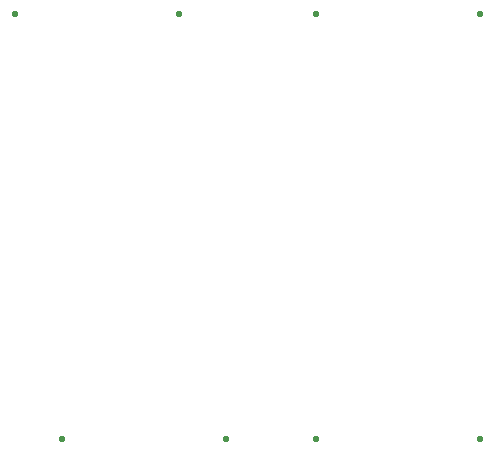
<source format=gbr>
%TF.GenerationSoftware,Altium Limited,Altium Designer,22.7.1 (60)*%
G04 Layer_Color=0*
%FSLAX45Y45*%
%MOMM*%
%TF.SameCoordinates,3BEA7849-7BF4-4C83-8F54-36563B6BDC8B*%
%TF.FilePolarity,Positive*%
%TF.FileFunction,NonPlated,1,2,NPTH,Drill*%
%TF.Part,Single*%
G01*
G75*
%TA.AperFunction,ComponentDrill*%
%ADD66C,0.55000*%
D66*
X6387406Y2628489D02*
D03*
X4997406D02*
D03*
X8537406D02*
D03*
X7147406D02*
D03*
X8537406Y6228489D02*
D03*
X7147406D02*
D03*
X5987406D02*
D03*
X4597406D02*
D03*
%TF.MD5,a7e2ca90c436b0950adbd7c04fb43752*%
M02*

</source>
